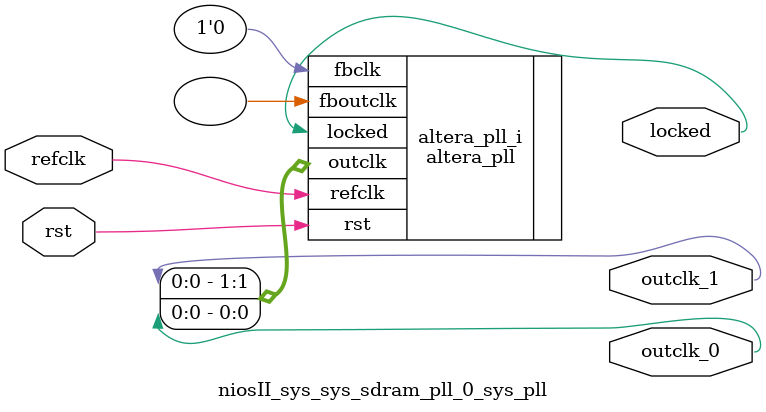
<source format=v>
`timescale 1ns/10ps
module  niosII_sys_sys_sdram_pll_0_sys_pll(

	// interface 'refclk'
	input wire refclk,

	// interface 'reset'
	input wire rst,

	// interface 'outclk0'
	output wire outclk_0,

	// interface 'outclk1'
	output wire outclk_1,

	// interface 'locked'
	output wire locked
);

	altera_pll #(
		.fractional_vco_multiplier("false"),
		.reference_clock_frequency("50.0 MHz"),
		.operation_mode("direct"),
		.number_of_clocks(2),
		.output_clock_frequency0("50.000000 MHz"),
		.phase_shift0("0 ps"),
		.duty_cycle0(50),
		.output_clock_frequency1("50.000000 MHz"),
		.phase_shift1("-3000 ps"),
		.duty_cycle1(50),
		.output_clock_frequency2("0 MHz"),
		.phase_shift2("0 ps"),
		.duty_cycle2(50),
		.output_clock_frequency3("0 MHz"),
		.phase_shift3("0 ps"),
		.duty_cycle3(50),
		.output_clock_frequency4("0 MHz"),
		.phase_shift4("0 ps"),
		.duty_cycle4(50),
		.output_clock_frequency5("0 MHz"),
		.phase_shift5("0 ps"),
		.duty_cycle5(50),
		.output_clock_frequency6("0 MHz"),
		.phase_shift6("0 ps"),
		.duty_cycle6(50),
		.output_clock_frequency7("0 MHz"),
		.phase_shift7("0 ps"),
		.duty_cycle7(50),
		.output_clock_frequency8("0 MHz"),
		.phase_shift8("0 ps"),
		.duty_cycle8(50),
		.output_clock_frequency9("0 MHz"),
		.phase_shift9("0 ps"),
		.duty_cycle9(50),
		.output_clock_frequency10("0 MHz"),
		.phase_shift10("0 ps"),
		.duty_cycle10(50),
		.output_clock_frequency11("0 MHz"),
		.phase_shift11("0 ps"),
		.duty_cycle11(50),
		.output_clock_frequency12("0 MHz"),
		.phase_shift12("0 ps"),
		.duty_cycle12(50),
		.output_clock_frequency13("0 MHz"),
		.phase_shift13("0 ps"),
		.duty_cycle13(50),
		.output_clock_frequency14("0 MHz"),
		.phase_shift14("0 ps"),
		.duty_cycle14(50),
		.output_clock_frequency15("0 MHz"),
		.phase_shift15("0 ps"),
		.duty_cycle15(50),
		.output_clock_frequency16("0 MHz"),
		.phase_shift16("0 ps"),
		.duty_cycle16(50),
		.output_clock_frequency17("0 MHz"),
		.phase_shift17("0 ps"),
		.duty_cycle17(50),
		.pll_type("General"),
		.pll_subtype("General")
	) altera_pll_i (
		.rst	(rst),
		.outclk	({outclk_1, outclk_0}),
		.locked	(locked),
		.fboutclk	( ),
		.fbclk	(1'b0),
		.refclk	(refclk)
	);
endmodule


</source>
